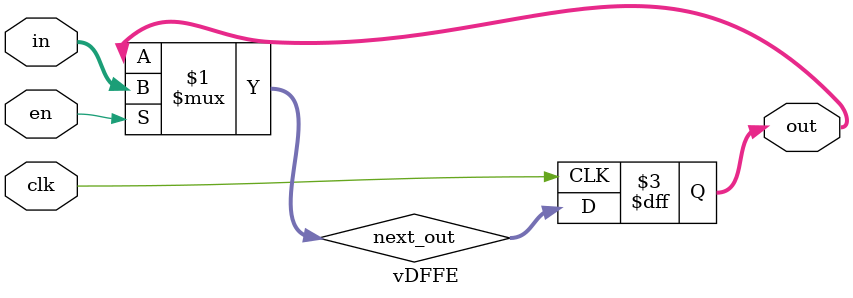
<source format=v>
module part3 (CLOCK_50, CLOCK2_50, KEY, FPGA_I2C_SCLK, FPGA_I2C_SDAT, AUD_XCK, 
		        AUD_DACLRCK, AUD_ADCLRCK, AUD_BCLK, AUD_ADCDAT, AUD_DACDAT);

	input CLOCK_50, CLOCK2_50;
	input [0:0] KEY;
	// I2C Audio/Video config interface
	output FPGA_I2C_SCLK;
	inout FPGA_I2C_SDAT;
	// Audio CODEC
	output AUD_XCK;
	input AUD_DACLRCK, AUD_ADCLRCK, AUD_BCLK;
	input AUD_ADCDAT;
	output AUD_DACDAT;
	
	// Local wires.
	wire read_ready, write_ready, read, write;
	wire [23:0] readdata_left, readdata_right;
	wire [23:0] writedata_left, writedata_right;
	wire reset = ~KEY[0];
	wire enable = 1'b1;

	/////////////////////////////////
	// Your code goes here 
	/////////////////////////////////

	wire signed [23:0] filter_out_left, filter_out_right;
	
	assign writedata_left = write_ready ? filter_out_left : writedata_left;
	assign writedata_right = write_ready ? filter_out_right : writedata_right;
	assign read = read_ready;
	assign write = write_ready;
	
	fir_filter FILTER_LEFT(CLOCK_50, readdata_left, filter_out_left, read_ready);
	fir_filter FILTER_RIGHT(CLOCK_50, readdata_right, filter_out_right, read_ready);

/////////////////////////////////////////////////////////////////////////////////
// Audio CODEC interface. 
//
// The interface consists of the following wires:
// read_ready, write_ready - CODEC ready for read/write operation 
// readdata_left, readdata_right - left and right channel data from the CODEC
// read - send data from the CODEC (both channels)
// writedata_left, writedata_right - left and right channel data to the CODEC
// write - send data to the CODEC (both channels)
// AUD_* - should connect to top-level entity I/O of the same name.
//         These signals go directly to the Audio CODEC
// I2C_* - should connect to top-level entity I/O of the same name.
//         These signals go directly to the Audio/Video Config module
/////////////////////////////////////////////////////////////////////////////////
	clock_generator my_clock_gen(
		// inputs
		CLOCK2_50,
		reset,

		// outputs
		AUD_XCK
	);

	audio_and_video_config cfg(
		// Inputs
		CLOCK_50,
		reset,

		// Bidirectionals
		FPGA_I2C_SDAT,
		FPGA_I2C_SCLK
	);

	audio_codec codec(
		// Inputs
		CLOCK_50,
		reset,

		read,	write,
		writedata_left, writedata_right,

		AUD_ADCDAT,

		// Bidirectionals
		AUD_BCLK,
		AUD_ADCLRCK,
		AUD_DACLRCK,

		// Outputs
		read_ready, write_ready,
		readdata_left, readdata_right,
		AUD_DACDAT
	);

endmodule

//module noise_generator (clk, enable, Q);
//	input clk, enable;
//	output [23:0] Q;
//	reg [2:0] counter;
//	always@ (posedge clk)
//		if (enable)
//			counter = counter + 1'b1;
//	assign Q = {{10{counter[2]}}, counter, 11'd0};
//endmodule

module noise_generator (clk, enable, reset, Q);
	input clk, enable, reset;
	output [23:0] Q;
	reg [2:0] counter, counter1;
	always@ (posedge clk) begin
		if (enable)
			counter <= counter1;
		else
			counter <= counter;
	end
	always@(*) begin	
	  case (reset)
		1'b1: counter1 = 3'b000;
		1'b0: counter1 = counter + 1'b1;
	  endcase
	end

	assign Q = {{10{counter[2]}}, counter, 11'd0};
endmodule


module fir_filter (clk, in, out, read_ready, write_ready, reset);
    input clk;
    input signed [23:0] in;
    output reg signed [23:0] out;
	input read_ready, write_ready;
	input reset;
	wire [3:0] N = 3'd8;
	wire [7:0] num_words_fifo;
	wire signed [23:0] fifo_out;

	wire empty, full;

    wire enable = 1'b1;
    noise_generator ng(clk, enable, noise, reset);

	wire signed [23:0] divided_in;
	assign divided_in = in >>> N;

	fifo391 FIFO(
		.clock	(clk), 
		.data	(divided_in),
		.rdreq	(read_ready),
		.wrreq	(write_ready),
		.empty	(empty),
		.full	(full),
		.q		(fifo_out),
		.usedw	(num_words_fifo)
	);

	wire signed [23:0] adder_out1;
	assign adder_out1 = -fifo_out + divided_in;

	wire signed [23:0] acc_out;
	vDFFE accumulator(CLOCK50, enable, out, acc_out);
	always @(*) begin
		out = acc_out + adder_out1;
	end
	
	
endmodule

module vDFFE(clk, en, in, out);
    parameter n = 24;  // width
    input  clk, en;
    input  [n-1:0] in ;
    output [n-1:0] out ;
    reg    [n-1:0] out ;
    wire   [n-1:0] next_out ;

    assign next_out = en ? in : out;

    always @(posedge clk)
        out = next_out;  
endmodule
</source>
